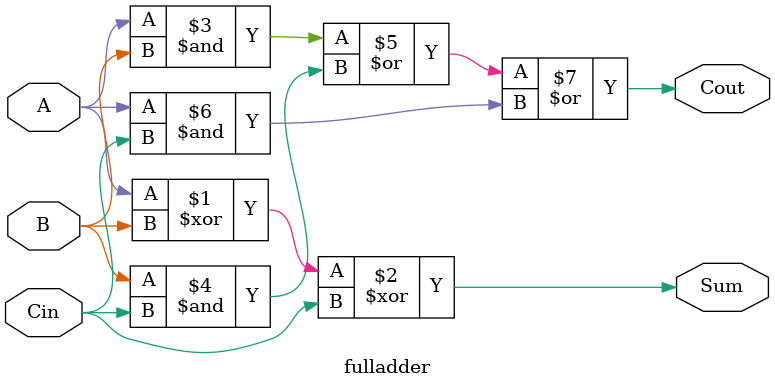
<source format=v>
`timescale 1ns / 1ps

module fulladder(
    input wire A,
    input wire B,
    input wire Cin,
    output reg Sum,
    output reg Cout
    );
    
    assign Sum = A^B^Cin;
    assign Cout = (A & B) | (B & Cin) | (A & Cin);
    
endmodule

</source>
